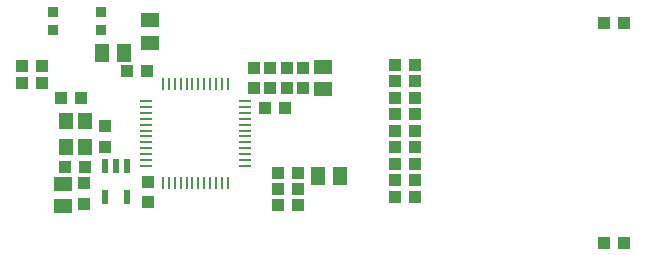
<source format=gbr>
G04 EAGLE Gerber RS-274X export*
G75*
%MOMM*%
%FSLAX34Y34*%
%LPD*%
%INSolderpaste Top*%
%IPPOS*%
%AMOC8*
5,1,8,0,0,1.08239X$1,22.5*%
G01*
%ADD10R,1.100000X0.285000*%
%ADD11R,0.285000X1.100000*%
%ADD12R,0.280000X1.100000*%
%ADD13R,1.200000X1.400000*%
%ADD14R,1.100000X1.000000*%
%ADD15R,1.000000X1.100000*%
%ADD16R,1.500000X1.240000*%
%ADD17R,0.550000X1.200000*%
%ADD18R,1.240000X1.500000*%
%ADD19R,0.900000X0.900000*%


D10*
X219800Y86800D03*
X219800Y91800D03*
X219800Y96800D03*
X219800Y101800D03*
X219800Y106800D03*
X219800Y111800D03*
X219800Y116800D03*
X219800Y121800D03*
X219800Y126800D03*
X219800Y131800D03*
X219800Y136800D03*
X219800Y141800D03*
D11*
X205300Y156300D03*
X200300Y156300D03*
X195300Y156300D03*
X190300Y156300D03*
X185300Y156300D03*
X180300Y156300D03*
X175300Y156300D03*
X170300Y156300D03*
X165300Y156300D03*
X160300Y156300D03*
X155300Y156300D03*
X150300Y156300D03*
D10*
X135800Y141800D03*
X135800Y136800D03*
X135800Y131800D03*
X135800Y126800D03*
X135800Y121800D03*
X135800Y116800D03*
X135800Y111800D03*
X135800Y106800D03*
X135800Y101800D03*
X135800Y96800D03*
X135800Y91800D03*
X135800Y86800D03*
D11*
X150300Y72300D03*
X155300Y72300D03*
X160300Y72300D03*
X165300Y72300D03*
X170300Y72300D03*
X175300Y72300D03*
X180300Y72300D03*
X185300Y72300D03*
X190300Y72300D03*
X195300Y72300D03*
X200300Y72300D03*
D12*
X205300Y72300D03*
D13*
X68200Y103300D03*
X68200Y125300D03*
X84200Y103300D03*
X84200Y125300D03*
D14*
X236610Y135890D03*
X253610Y135890D03*
X84700Y86360D03*
X67700Y86360D03*
X80890Y144780D03*
X63890Y144780D03*
D15*
X101600Y103260D03*
X101600Y120260D03*
D14*
X30870Y171450D03*
X47870Y171450D03*
X265040Y81280D03*
X248040Y81280D03*
X265040Y67310D03*
X248040Y67310D03*
X265040Y53975D03*
X248040Y53975D03*
D15*
X137414Y56270D03*
X137414Y73270D03*
D14*
X364100Y74930D03*
X347100Y74930D03*
X364100Y60960D03*
X347100Y60960D03*
X364100Y158750D03*
X347100Y158750D03*
X364100Y172720D03*
X347100Y172720D03*
X364100Y130810D03*
X347100Y130810D03*
X364100Y144780D03*
X347100Y144780D03*
X364100Y116840D03*
X347100Y116840D03*
X364100Y102870D03*
X347100Y102870D03*
X364100Y88900D03*
X347100Y88900D03*
D15*
X227330Y169790D03*
X227330Y152790D03*
X241300Y169790D03*
X241300Y152790D03*
X255270Y169790D03*
X255270Y152790D03*
X269240Y169790D03*
X269240Y152790D03*
D16*
X285750Y170790D03*
X285750Y151790D03*
X139700Y191160D03*
X139700Y210160D03*
D14*
X136770Y167640D03*
X119770Y167640D03*
D16*
X66040Y52730D03*
X66040Y71730D03*
D15*
X83820Y55000D03*
X83820Y72000D03*
D17*
X119990Y86660D03*
X110490Y86660D03*
X100990Y86660D03*
X100990Y60660D03*
X119990Y60660D03*
D18*
X98450Y182880D03*
X117450Y182880D03*
X281330Y78740D03*
X300330Y78740D03*
D14*
X540630Y208280D03*
X523630Y208280D03*
X540630Y21590D03*
X523630Y21590D03*
X30870Y157480D03*
X47870Y157480D03*
D19*
X56970Y201550D03*
X56970Y217550D03*
X97970Y217550D03*
X97970Y201550D03*
M02*

</source>
